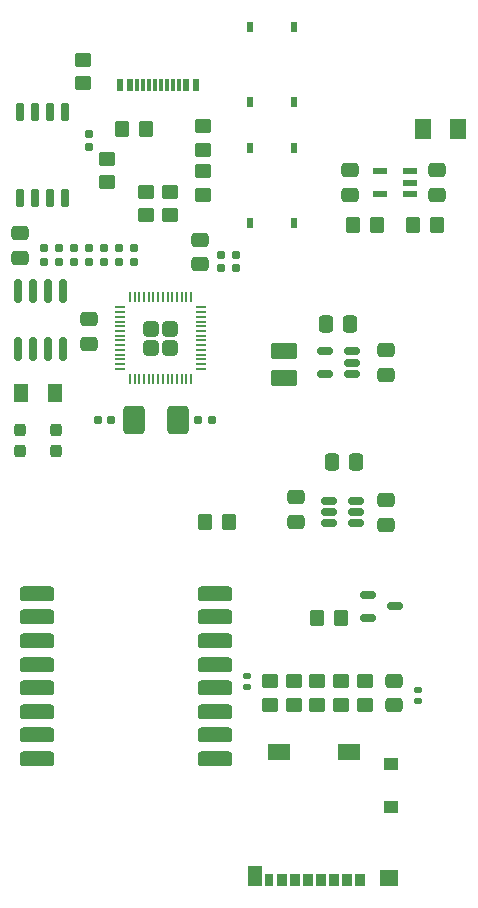
<source format=gtp>
G04 #@! TF.GenerationSoftware,KiCad,Pcbnew,8.0.1*
G04 #@! TF.CreationDate,2024-06-04T12:50:10-04:00*
G04 #@! TF.ProjectId,node_v3_1,6e6f6465-5f76-4335-9f31-2e6b69636164,rev?*
G04 #@! TF.SameCoordinates,Original*
G04 #@! TF.FileFunction,Paste,Top*
G04 #@! TF.FilePolarity,Positive*
%FSLAX46Y46*%
G04 Gerber Fmt 4.6, Leading zero omitted, Abs format (unit mm)*
G04 Created by KiCad (PCBNEW 8.0.1) date 2024-06-04 12:50:10*
%MOMM*%
%LPD*%
G01*
G04 APERTURE LIST*
G04 Aperture macros list*
%AMRoundRect*
0 Rectangle with rounded corners*
0 $1 Rounding radius*
0 $2 $3 $4 $5 $6 $7 $8 $9 X,Y pos of 4 corners*
0 Add a 4 corners polygon primitive as box body*
4,1,4,$2,$3,$4,$5,$6,$7,$8,$9,$2,$3,0*
0 Add four circle primitives for the rounded corners*
1,1,$1+$1,$2,$3*
1,1,$1+$1,$4,$5*
1,1,$1+$1,$6,$7*
1,1,$1+$1,$8,$9*
0 Add four rect primitives between the rounded corners*
20,1,$1+$1,$2,$3,$4,$5,0*
20,1,$1+$1,$4,$5,$6,$7,0*
20,1,$1+$1,$6,$7,$8,$9,0*
20,1,$1+$1,$8,$9,$2,$3,0*%
G04 Aperture macros list end*
%ADD10RoundRect,0.250000X-0.450000X0.350000X-0.450000X-0.350000X0.450000X-0.350000X0.450000X0.350000X0*%
%ADD11RoundRect,0.270000X-0.630000X-0.930000X0.630000X-0.930000X0.630000X0.930000X-0.630000X0.930000X0*%
%ADD12R,1.270000X0.558800*%
%ADD13RoundRect,0.250000X0.350000X0.450000X-0.350000X0.450000X-0.350000X-0.450000X0.350000X-0.450000X0*%
%ADD14RoundRect,0.140000X-0.170000X0.140000X-0.170000X-0.140000X0.170000X-0.140000X0.170000X0.140000X0*%
%ADD15RoundRect,0.250000X0.475000X-0.337500X0.475000X0.337500X-0.475000X0.337500X-0.475000X-0.337500X0*%
%ADD16RoundRect,0.150000X0.512500X0.150000X-0.512500X0.150000X-0.512500X-0.150000X0.512500X-0.150000X0*%
%ADD17RoundRect,0.155000X0.155000X-0.212500X0.155000X0.212500X-0.155000X0.212500X-0.155000X-0.212500X0*%
%ADD18RoundRect,0.249999X-0.395001X-0.395001X0.395001X-0.395001X0.395001X0.395001X-0.395001X0.395001X0*%
%ADD19RoundRect,0.050000X-0.387500X-0.050000X0.387500X-0.050000X0.387500X0.050000X-0.387500X0.050000X0*%
%ADD20RoundRect,0.050000X-0.050000X-0.387500X0.050000X-0.387500X0.050000X0.387500X-0.050000X0.387500X0*%
%ADD21RoundRect,0.250000X-0.475000X0.337500X-0.475000X-0.337500X0.475000X-0.337500X0.475000X0.337500X0*%
%ADD22RoundRect,0.150000X0.150000X-0.825000X0.150000X0.825000X-0.150000X0.825000X-0.150000X-0.825000X0*%
%ADD23RoundRect,0.150000X-0.512500X-0.150000X0.512500X-0.150000X0.512500X0.150000X-0.512500X0.150000X0*%
%ADD24R,0.558800X0.952500*%
%ADD25RoundRect,0.250000X-0.350000X-0.450000X0.350000X-0.450000X0.350000X0.450000X-0.350000X0.450000X0*%
%ADD26RoundRect,0.237500X-0.237500X0.300000X-0.237500X-0.300000X0.237500X-0.300000X0.237500X0.300000X0*%
%ADD27RoundRect,0.250001X0.462499X0.624999X-0.462499X0.624999X-0.462499X-0.624999X0.462499X-0.624999X0*%
%ADD28R,0.850000X1.100000*%
%ADD29R,0.750000X1.100000*%
%ADD30R,1.200000X1.000000*%
%ADD31R,1.550000X1.350000*%
%ADD32R,1.900000X1.350000*%
%ADD33R,1.170000X1.800000*%
%ADD34RoundRect,0.317500X-1.157500X-0.317500X1.157500X-0.317500X1.157500X0.317500X-1.157500X0.317500X0*%
%ADD35RoundRect,0.250000X0.337500X0.475000X-0.337500X0.475000X-0.337500X-0.475000X0.337500X-0.475000X0*%
%ADD36R,0.600000X1.140000*%
%ADD37R,0.300000X1.140000*%
%ADD38RoundRect,0.250001X0.849999X-0.462499X0.849999X0.462499X-0.849999X0.462499X-0.849999X-0.462499X0*%
%ADD39RoundRect,0.150000X0.150000X-0.650000X0.150000X0.650000X-0.150000X0.650000X-0.150000X-0.650000X0*%
%ADD40RoundRect,0.250000X-0.337500X-0.475000X0.337500X-0.475000X0.337500X0.475000X-0.337500X0.475000X0*%
%ADD41RoundRect,0.250000X0.450000X-0.350000X0.450000X0.350000X-0.450000X0.350000X-0.450000X-0.350000X0*%
%ADD42RoundRect,0.155000X0.212500X0.155000X-0.212500X0.155000X-0.212500X-0.155000X0.212500X-0.155000X0*%
%ADD43RoundRect,0.155000X-0.212500X-0.155000X0.212500X-0.155000X0.212500X0.155000X-0.212500X0.155000X0*%
%ADD44R,1.168400X1.600200*%
G04 APERTURE END LIST*
D10*
X160500000Y-108500000D03*
X160500000Y-110500000D03*
X158500000Y-108500000D03*
X158500000Y-110500000D03*
D11*
X144676500Y-86436000D03*
X140976500Y-86436000D03*
D12*
X161772600Y-67233800D03*
X161772600Y-65354200D03*
X164363400Y-65354200D03*
X164363400Y-66294000D03*
X164363400Y-67233800D03*
D13*
X166608000Y-69850000D03*
X164608000Y-69850000D03*
D14*
X150500000Y-108040000D03*
X150500000Y-109000000D03*
D13*
X141986000Y-61722000D03*
X139986000Y-61722000D03*
D10*
X144056000Y-67072000D03*
X144056000Y-69072000D03*
D15*
X131318000Y-72665500D03*
X131318000Y-70590500D03*
D16*
X159401000Y-82484000D03*
X159401000Y-81534000D03*
X159401000Y-80584000D03*
X157126000Y-80584000D03*
X157126000Y-82484000D03*
D17*
X148374000Y-73525000D03*
X148374000Y-72390000D03*
X138430000Y-72995500D03*
X138430000Y-71860500D03*
X135890000Y-72995500D03*
X135890000Y-71860500D03*
D18*
X142418000Y-78664000D03*
X142418000Y-80264000D03*
X144018000Y-78664000D03*
X144018000Y-80264000D03*
D19*
X139780500Y-76864000D03*
X139780500Y-77264000D03*
X139780500Y-77664000D03*
X139780500Y-78064000D03*
X139780500Y-78464000D03*
X139780500Y-78864000D03*
X139780500Y-79264000D03*
X139780500Y-79664000D03*
X139780500Y-80064000D03*
X139780500Y-80464000D03*
X139780500Y-80864000D03*
X139780500Y-81264000D03*
X139780500Y-81664000D03*
X139780500Y-82064000D03*
D20*
X140618000Y-82901500D03*
X141018000Y-82901500D03*
X141418000Y-82901500D03*
X141818000Y-82901500D03*
X142218000Y-82901500D03*
X142618000Y-82901500D03*
X143018000Y-82901500D03*
X143418000Y-82901500D03*
X143818000Y-82901500D03*
X144218000Y-82901500D03*
X144618000Y-82901500D03*
X145018000Y-82901500D03*
X145418000Y-82901500D03*
X145818000Y-82901500D03*
D19*
X146655500Y-82064000D03*
X146655500Y-81664000D03*
X146655500Y-81264000D03*
X146655500Y-80864000D03*
X146655500Y-80464000D03*
X146655500Y-80064000D03*
X146655500Y-79664000D03*
X146655500Y-79264000D03*
X146655500Y-78864000D03*
X146655500Y-78464000D03*
X146655500Y-78064000D03*
X146655500Y-77664000D03*
X146655500Y-77264000D03*
X146655500Y-76864000D03*
D20*
X145818000Y-76026500D03*
X145418000Y-76026500D03*
X145018000Y-76026500D03*
X144618000Y-76026500D03*
X144218000Y-76026500D03*
X143818000Y-76026500D03*
X143418000Y-76026500D03*
X143018000Y-76026500D03*
X142618000Y-76026500D03*
X142218000Y-76026500D03*
X141818000Y-76026500D03*
X141418000Y-76026500D03*
X141018000Y-76026500D03*
X140618000Y-76026500D03*
D21*
X137160000Y-77870000D03*
X137160000Y-79945000D03*
D10*
X156500000Y-110500000D03*
X156500000Y-108500000D03*
D22*
X131191000Y-80388000D03*
X132461000Y-80388000D03*
X133731000Y-80388000D03*
X135001000Y-80388000D03*
X135001000Y-75438000D03*
X133731000Y-75438000D03*
X132461000Y-75438000D03*
X131191000Y-75438000D03*
D10*
X152500000Y-108500000D03*
X152500000Y-110500000D03*
D21*
X159258000Y-65256500D03*
X159258000Y-67331500D03*
D23*
X157480000Y-93218000D03*
X157480000Y-94168000D03*
X157480000Y-95118000D03*
X159755000Y-95118000D03*
X159755000Y-94168000D03*
X159755000Y-93218000D03*
D17*
X137160000Y-72995500D03*
X137160000Y-71860500D03*
D10*
X154500000Y-108490000D03*
X154500000Y-110490000D03*
D24*
X154523683Y-63360576D03*
X154523683Y-69723276D03*
X150815283Y-63360576D03*
X150815283Y-69723276D03*
D25*
X156496000Y-103124000D03*
X158496000Y-103124000D03*
D21*
X162327500Y-80475000D03*
X162327500Y-82550000D03*
X166624000Y-65256500D03*
X166624000Y-67331500D03*
D17*
X140970000Y-72995500D03*
X140970000Y-71860500D03*
D25*
X147000000Y-95000000D03*
X149000000Y-95000000D03*
D17*
X137160000Y-63305500D03*
X137160000Y-62170500D03*
X149644000Y-73525000D03*
X149644000Y-72390000D03*
D26*
X131343400Y-87275500D03*
X131343400Y-89000500D03*
D21*
X154675000Y-92921000D03*
X154675000Y-94996000D03*
D27*
X168402000Y-61722000D03*
X165427000Y-61722000D03*
D24*
X154500000Y-53137300D03*
X154500000Y-59500000D03*
X150791600Y-53137300D03*
X150791600Y-59500000D03*
D25*
X159528000Y-69850000D03*
X161528000Y-69850000D03*
D10*
X146850000Y-65316000D03*
X146850000Y-67316000D03*
D28*
X160077000Y-125338000D03*
X158977000Y-125338000D03*
X157877000Y-125338000D03*
X156777000Y-125338000D03*
X155677000Y-125338000D03*
X154577000Y-125338000D03*
X153477000Y-125338000D03*
D29*
X152427000Y-125338000D03*
D30*
X162712000Y-119188000D03*
X162712000Y-115488000D03*
D31*
X162537000Y-125213000D03*
D32*
X159212000Y-114513000D03*
X153242000Y-114513000D03*
D33*
X151217000Y-124988000D03*
D34*
X132754000Y-101110000D03*
X132754000Y-103110000D03*
X132754000Y-105110000D03*
X132754000Y-107110000D03*
X132754000Y-109110000D03*
X132754000Y-111110000D03*
X132754000Y-113110000D03*
X132754000Y-115110000D03*
X147804000Y-115110000D03*
X147804000Y-113110000D03*
X147804000Y-111110000D03*
X147804000Y-109110000D03*
X147804000Y-107110000D03*
X147804000Y-105110000D03*
X147804000Y-103110000D03*
X147804000Y-101110000D03*
D21*
X163000000Y-108462500D03*
X163000000Y-110537500D03*
D35*
X159798000Y-89916000D03*
X157723000Y-89916000D03*
D15*
X146596000Y-73233000D03*
X146596000Y-71158000D03*
D17*
X139700000Y-72995500D03*
X139700000Y-71860500D03*
D21*
X162295000Y-93175000D03*
X162295000Y-95250000D03*
D36*
X146202000Y-58000000D03*
X145402000Y-58000000D03*
D37*
X144252000Y-58000000D03*
X143252000Y-58000000D03*
X142752000Y-58000000D03*
X141752000Y-58000000D03*
D36*
X139802000Y-58000000D03*
X140602000Y-58000000D03*
D37*
X141252000Y-58000000D03*
X142252000Y-58000000D03*
X143752000Y-58000000D03*
X144752000Y-58000000D03*
D38*
X153691500Y-82843000D03*
X153691500Y-80518000D03*
D14*
X165000000Y-109248000D03*
X165000000Y-110208000D03*
D39*
X131318000Y-67564000D03*
X132588000Y-67564000D03*
X133858000Y-67564000D03*
X135128000Y-67564000D03*
X135128000Y-60364000D03*
X133858000Y-60364000D03*
X132588000Y-60364000D03*
X131318000Y-60364000D03*
D40*
X157204500Y-78232000D03*
X159279500Y-78232000D03*
D26*
X134391400Y-87275500D03*
X134391400Y-89000500D03*
D17*
X133350000Y-72995500D03*
X133350000Y-71860500D03*
D23*
X160793000Y-101224000D03*
X160793000Y-103124000D03*
X163068000Y-102174000D03*
D10*
X142024000Y-67056000D03*
X142024000Y-69056000D03*
D41*
X136652000Y-57896000D03*
X136652000Y-55896000D03*
D42*
X147567500Y-86436000D03*
X146432500Y-86436000D03*
D43*
X137931500Y-86436000D03*
X139066500Y-86436000D03*
D41*
X138684000Y-66278000D03*
X138684000Y-64278000D03*
D44*
X131445000Y-84074000D03*
X134289800Y-84074000D03*
D10*
X146850000Y-61506000D03*
X146850000Y-63506000D03*
D17*
X134620000Y-72995500D03*
X134620000Y-71860500D03*
M02*

</source>
